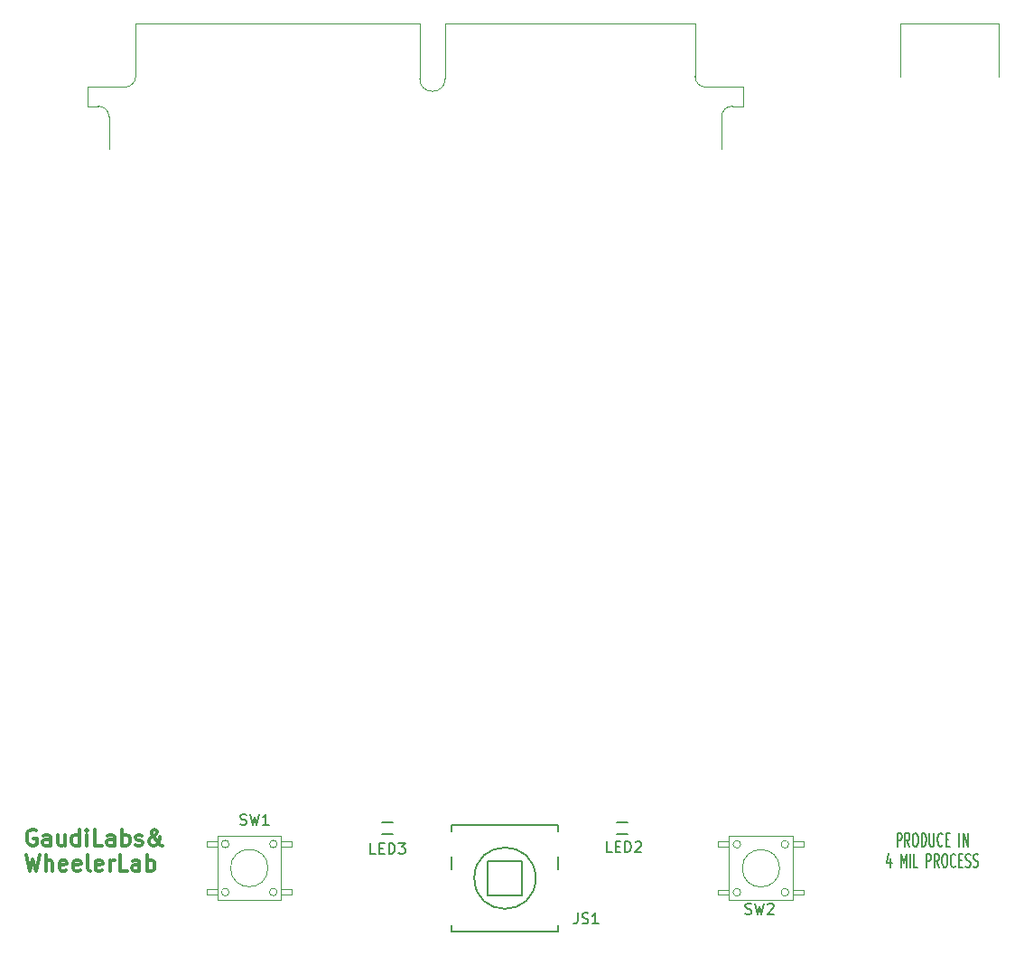
<source format=gbr>
G04 #@! TF.FileFunction,Legend,Top*
%FSLAX46Y46*%
G04 Gerber Fmt 4.6, Leading zero omitted, Abs format (unit mm)*
G04 Created by KiCad (PCBNEW 4.0.1-stable) date 11/11/2016 12:06:41 PM*
%MOMM*%
G01*
G04 APERTURE LIST*
%ADD10C,0.100000*%
%ADD11C,0.187500*%
%ADD12C,0.300000*%
%ADD13C,0.150000*%
%ADD14C,0.050000*%
G04 APERTURE END LIST*
D10*
D11*
X136771429Y-133446726D02*
X136771429Y-132196726D01*
X137057144Y-132196726D01*
X137128572Y-132256250D01*
X137164287Y-132315774D01*
X137200001Y-132434821D01*
X137200001Y-132613393D01*
X137164287Y-132732440D01*
X137128572Y-132791964D01*
X137057144Y-132851488D01*
X136771429Y-132851488D01*
X137950001Y-133446726D02*
X137700001Y-132851488D01*
X137521429Y-133446726D02*
X137521429Y-132196726D01*
X137807144Y-132196726D01*
X137878572Y-132256250D01*
X137914287Y-132315774D01*
X137950001Y-132434821D01*
X137950001Y-132613393D01*
X137914287Y-132732440D01*
X137878572Y-132791964D01*
X137807144Y-132851488D01*
X137521429Y-132851488D01*
X138414287Y-132196726D02*
X138557144Y-132196726D01*
X138628572Y-132256250D01*
X138700001Y-132375298D01*
X138735715Y-132613393D01*
X138735715Y-133030060D01*
X138700001Y-133268155D01*
X138628572Y-133387202D01*
X138557144Y-133446726D01*
X138414287Y-133446726D01*
X138342858Y-133387202D01*
X138271429Y-133268155D01*
X138235715Y-133030060D01*
X138235715Y-132613393D01*
X138271429Y-132375298D01*
X138342858Y-132256250D01*
X138414287Y-132196726D01*
X139057143Y-133446726D02*
X139057143Y-132196726D01*
X139235715Y-132196726D01*
X139342858Y-132256250D01*
X139414286Y-132375298D01*
X139450001Y-132494345D01*
X139485715Y-132732440D01*
X139485715Y-132911012D01*
X139450001Y-133149107D01*
X139414286Y-133268155D01*
X139342858Y-133387202D01*
X139235715Y-133446726D01*
X139057143Y-133446726D01*
X139807143Y-132196726D02*
X139807143Y-133208631D01*
X139842858Y-133327679D01*
X139878572Y-133387202D01*
X139950001Y-133446726D01*
X140092858Y-133446726D01*
X140164286Y-133387202D01*
X140200001Y-133327679D01*
X140235715Y-133208631D01*
X140235715Y-132196726D01*
X141021429Y-133327679D02*
X140985715Y-133387202D01*
X140878572Y-133446726D01*
X140807143Y-133446726D01*
X140700000Y-133387202D01*
X140628572Y-133268155D01*
X140592857Y-133149107D01*
X140557143Y-132911012D01*
X140557143Y-132732440D01*
X140592857Y-132494345D01*
X140628572Y-132375298D01*
X140700000Y-132256250D01*
X140807143Y-132196726D01*
X140878572Y-132196726D01*
X140985715Y-132256250D01*
X141021429Y-132315774D01*
X141342857Y-132791964D02*
X141592857Y-132791964D01*
X141700000Y-133446726D02*
X141342857Y-133446726D01*
X141342857Y-132196726D01*
X141700000Y-132196726D01*
X142592857Y-133446726D02*
X142592857Y-132196726D01*
X142950000Y-133446726D02*
X142950000Y-132196726D01*
X143378572Y-133446726D01*
X143378572Y-132196726D01*
X136164285Y-134550893D02*
X136164285Y-135384226D01*
X135985714Y-134074702D02*
X135807142Y-134967560D01*
X136271428Y-134967560D01*
X137128571Y-135384226D02*
X137128571Y-134134226D01*
X137378571Y-135027083D01*
X137628571Y-134134226D01*
X137628571Y-135384226D01*
X137985714Y-135384226D02*
X137985714Y-134134226D01*
X138700000Y-135384226D02*
X138342857Y-135384226D01*
X138342857Y-134134226D01*
X139521429Y-135384226D02*
X139521429Y-134134226D01*
X139807144Y-134134226D01*
X139878572Y-134193750D01*
X139914287Y-134253274D01*
X139950001Y-134372321D01*
X139950001Y-134550893D01*
X139914287Y-134669940D01*
X139878572Y-134729464D01*
X139807144Y-134788988D01*
X139521429Y-134788988D01*
X140700001Y-135384226D02*
X140450001Y-134788988D01*
X140271429Y-135384226D02*
X140271429Y-134134226D01*
X140557144Y-134134226D01*
X140628572Y-134193750D01*
X140664287Y-134253274D01*
X140700001Y-134372321D01*
X140700001Y-134550893D01*
X140664287Y-134669940D01*
X140628572Y-134729464D01*
X140557144Y-134788988D01*
X140271429Y-134788988D01*
X141164287Y-134134226D02*
X141307144Y-134134226D01*
X141378572Y-134193750D01*
X141450001Y-134312798D01*
X141485715Y-134550893D01*
X141485715Y-134967560D01*
X141450001Y-135205655D01*
X141378572Y-135324702D01*
X141307144Y-135384226D01*
X141164287Y-135384226D01*
X141092858Y-135324702D01*
X141021429Y-135205655D01*
X140985715Y-134967560D01*
X140985715Y-134550893D01*
X141021429Y-134312798D01*
X141092858Y-134193750D01*
X141164287Y-134134226D01*
X142235715Y-135265179D02*
X142200001Y-135324702D01*
X142092858Y-135384226D01*
X142021429Y-135384226D01*
X141914286Y-135324702D01*
X141842858Y-135205655D01*
X141807143Y-135086607D01*
X141771429Y-134848512D01*
X141771429Y-134669940D01*
X141807143Y-134431845D01*
X141842858Y-134312798D01*
X141914286Y-134193750D01*
X142021429Y-134134226D01*
X142092858Y-134134226D01*
X142200001Y-134193750D01*
X142235715Y-134253274D01*
X142557143Y-134729464D02*
X142807143Y-134729464D01*
X142914286Y-135384226D02*
X142557143Y-135384226D01*
X142557143Y-134134226D01*
X142914286Y-134134226D01*
X143200000Y-135324702D02*
X143307143Y-135384226D01*
X143485714Y-135384226D01*
X143557143Y-135324702D01*
X143592857Y-135265179D01*
X143628572Y-135146131D01*
X143628572Y-135027083D01*
X143592857Y-134908036D01*
X143557143Y-134848512D01*
X143485714Y-134788988D01*
X143342857Y-134729464D01*
X143271429Y-134669940D01*
X143235714Y-134610417D01*
X143200000Y-134491369D01*
X143200000Y-134372321D01*
X143235714Y-134253274D01*
X143271429Y-134193750D01*
X143342857Y-134134226D01*
X143521429Y-134134226D01*
X143628572Y-134193750D01*
X143914286Y-135324702D02*
X144021429Y-135384226D01*
X144200000Y-135384226D01*
X144271429Y-135324702D01*
X144307143Y-135265179D01*
X144342858Y-135146131D01*
X144342858Y-135027083D01*
X144307143Y-134908036D01*
X144271429Y-134848512D01*
X144200000Y-134788988D01*
X144057143Y-134729464D01*
X143985715Y-134669940D01*
X143950000Y-134610417D01*
X143914286Y-134491369D01*
X143914286Y-134372321D01*
X143950000Y-134253274D01*
X143985715Y-134193750D01*
X144057143Y-134134226D01*
X144235715Y-134134226D01*
X144342858Y-134193750D01*
D12*
X56017857Y-131925000D02*
X55875000Y-131853571D01*
X55660714Y-131853571D01*
X55446429Y-131925000D01*
X55303571Y-132067857D01*
X55232143Y-132210714D01*
X55160714Y-132496429D01*
X55160714Y-132710714D01*
X55232143Y-132996429D01*
X55303571Y-133139286D01*
X55446429Y-133282143D01*
X55660714Y-133353571D01*
X55803571Y-133353571D01*
X56017857Y-133282143D01*
X56089286Y-133210714D01*
X56089286Y-132710714D01*
X55803571Y-132710714D01*
X57375000Y-133353571D02*
X57375000Y-132567857D01*
X57303571Y-132425000D01*
X57160714Y-132353571D01*
X56875000Y-132353571D01*
X56732143Y-132425000D01*
X57375000Y-133282143D02*
X57232143Y-133353571D01*
X56875000Y-133353571D01*
X56732143Y-133282143D01*
X56660714Y-133139286D01*
X56660714Y-132996429D01*
X56732143Y-132853571D01*
X56875000Y-132782143D01*
X57232143Y-132782143D01*
X57375000Y-132710714D01*
X58732143Y-132353571D02*
X58732143Y-133353571D01*
X58089286Y-132353571D02*
X58089286Y-133139286D01*
X58160714Y-133282143D01*
X58303572Y-133353571D01*
X58517857Y-133353571D01*
X58660714Y-133282143D01*
X58732143Y-133210714D01*
X60089286Y-133353571D02*
X60089286Y-131853571D01*
X60089286Y-133282143D02*
X59946429Y-133353571D01*
X59660715Y-133353571D01*
X59517857Y-133282143D01*
X59446429Y-133210714D01*
X59375000Y-133067857D01*
X59375000Y-132639286D01*
X59446429Y-132496429D01*
X59517857Y-132425000D01*
X59660715Y-132353571D01*
X59946429Y-132353571D01*
X60089286Y-132425000D01*
X60803572Y-133353571D02*
X60803572Y-132353571D01*
X60803572Y-131853571D02*
X60732143Y-131925000D01*
X60803572Y-131996429D01*
X60875000Y-131925000D01*
X60803572Y-131853571D01*
X60803572Y-131996429D01*
X62232144Y-133353571D02*
X61517858Y-133353571D01*
X61517858Y-131853571D01*
X63375001Y-133353571D02*
X63375001Y-132567857D01*
X63303572Y-132425000D01*
X63160715Y-132353571D01*
X62875001Y-132353571D01*
X62732144Y-132425000D01*
X63375001Y-133282143D02*
X63232144Y-133353571D01*
X62875001Y-133353571D01*
X62732144Y-133282143D01*
X62660715Y-133139286D01*
X62660715Y-132996429D01*
X62732144Y-132853571D01*
X62875001Y-132782143D01*
X63232144Y-132782143D01*
X63375001Y-132710714D01*
X64089287Y-133353571D02*
X64089287Y-131853571D01*
X64089287Y-132425000D02*
X64232144Y-132353571D01*
X64517858Y-132353571D01*
X64660715Y-132425000D01*
X64732144Y-132496429D01*
X64803573Y-132639286D01*
X64803573Y-133067857D01*
X64732144Y-133210714D01*
X64660715Y-133282143D01*
X64517858Y-133353571D01*
X64232144Y-133353571D01*
X64089287Y-133282143D01*
X65375001Y-133282143D02*
X65517858Y-133353571D01*
X65803573Y-133353571D01*
X65946430Y-133282143D01*
X66017858Y-133139286D01*
X66017858Y-133067857D01*
X65946430Y-132925000D01*
X65803573Y-132853571D01*
X65589287Y-132853571D01*
X65446430Y-132782143D01*
X65375001Y-132639286D01*
X65375001Y-132567857D01*
X65446430Y-132425000D01*
X65589287Y-132353571D01*
X65803573Y-132353571D01*
X65946430Y-132425000D01*
X67875002Y-133353571D02*
X67803573Y-133353571D01*
X67660716Y-133282143D01*
X67446430Y-133067857D01*
X67089287Y-132639286D01*
X66946430Y-132425000D01*
X66875002Y-132210714D01*
X66875002Y-132067857D01*
X66946430Y-131925000D01*
X67089287Y-131853571D01*
X67160716Y-131853571D01*
X67303573Y-131925000D01*
X67375002Y-132067857D01*
X67375002Y-132139286D01*
X67303573Y-132282143D01*
X67232144Y-132353571D01*
X66803573Y-132639286D01*
X66732144Y-132710714D01*
X66660716Y-132853571D01*
X66660716Y-133067857D01*
X66732144Y-133210714D01*
X66803573Y-133282143D01*
X66946430Y-133353571D01*
X67160716Y-133353571D01*
X67303573Y-133282143D01*
X67375002Y-133210714D01*
X67589287Y-132925000D01*
X67660716Y-132710714D01*
X67660716Y-132567857D01*
X55089286Y-134253571D02*
X55446429Y-135753571D01*
X55732143Y-134682143D01*
X56017857Y-135753571D01*
X56375000Y-134253571D01*
X56946429Y-135753571D02*
X56946429Y-134253571D01*
X57589286Y-135753571D02*
X57589286Y-134967857D01*
X57517857Y-134825000D01*
X57375000Y-134753571D01*
X57160715Y-134753571D01*
X57017857Y-134825000D01*
X56946429Y-134896429D01*
X58875000Y-135682143D02*
X58732143Y-135753571D01*
X58446429Y-135753571D01*
X58303572Y-135682143D01*
X58232143Y-135539286D01*
X58232143Y-134967857D01*
X58303572Y-134825000D01*
X58446429Y-134753571D01*
X58732143Y-134753571D01*
X58875000Y-134825000D01*
X58946429Y-134967857D01*
X58946429Y-135110714D01*
X58232143Y-135253571D01*
X60160714Y-135682143D02*
X60017857Y-135753571D01*
X59732143Y-135753571D01*
X59589286Y-135682143D01*
X59517857Y-135539286D01*
X59517857Y-134967857D01*
X59589286Y-134825000D01*
X59732143Y-134753571D01*
X60017857Y-134753571D01*
X60160714Y-134825000D01*
X60232143Y-134967857D01*
X60232143Y-135110714D01*
X59517857Y-135253571D01*
X61089286Y-135753571D02*
X60946428Y-135682143D01*
X60875000Y-135539286D01*
X60875000Y-134253571D01*
X62232142Y-135682143D02*
X62089285Y-135753571D01*
X61803571Y-135753571D01*
X61660714Y-135682143D01*
X61589285Y-135539286D01*
X61589285Y-134967857D01*
X61660714Y-134825000D01*
X61803571Y-134753571D01*
X62089285Y-134753571D01*
X62232142Y-134825000D01*
X62303571Y-134967857D01*
X62303571Y-135110714D01*
X61589285Y-135253571D01*
X62946428Y-135753571D02*
X62946428Y-134753571D01*
X62946428Y-135039286D02*
X63017856Y-134896429D01*
X63089285Y-134825000D01*
X63232142Y-134753571D01*
X63374999Y-134753571D01*
X64589285Y-135753571D02*
X63874999Y-135753571D01*
X63874999Y-134253571D01*
X65732142Y-135753571D02*
X65732142Y-134967857D01*
X65660713Y-134825000D01*
X65517856Y-134753571D01*
X65232142Y-134753571D01*
X65089285Y-134825000D01*
X65732142Y-135682143D02*
X65589285Y-135753571D01*
X65232142Y-135753571D01*
X65089285Y-135682143D01*
X65017856Y-135539286D01*
X65017856Y-135396429D01*
X65089285Y-135253571D01*
X65232142Y-135182143D01*
X65589285Y-135182143D01*
X65732142Y-135110714D01*
X66446428Y-135753571D02*
X66446428Y-134253571D01*
X66446428Y-134825000D02*
X66589285Y-134753571D01*
X66874999Y-134753571D01*
X67017856Y-134825000D01*
X67089285Y-134896429D01*
X67160714Y-135039286D01*
X67160714Y-135467857D01*
X67089285Y-135610714D01*
X67017856Y-135682143D01*
X66874999Y-135753571D01*
X66589285Y-135753571D01*
X66446428Y-135682143D01*
D10*
X120320000Y-65005000D02*
X120320000Y-68025000D01*
X62870000Y-65005000D02*
X62870000Y-68025000D01*
X122320000Y-62225000D02*
X122320000Y-64005000D01*
X121320000Y-64005000D02*
X122320000Y-64005000D01*
X120320000Y-65005000D02*
G75*
G02X121320000Y-64005000I1000000J0D01*
G01*
X62870000Y-65005000D02*
G75*
G03X61870000Y-64005000I-1000000J0D01*
G01*
X61870000Y-64005000D02*
X60870000Y-64005000D01*
X60870000Y-62225000D02*
X60870000Y-64005000D01*
X118820000Y-62225000D02*
X122320000Y-62225000D01*
X118820000Y-62225000D02*
G75*
G02X117820000Y-61225000I0J1000000D01*
G01*
X64370000Y-62225000D02*
G75*
G03X65370000Y-61225000I0J1000000D01*
G01*
X64370000Y-62225000D02*
X60870000Y-62225000D01*
X117820000Y-56225000D02*
X117820000Y-61225000D01*
X65370000Y-56225000D02*
X65370000Y-61225000D01*
X94400000Y-56225000D02*
X117820000Y-56225000D01*
X92000000Y-56225000D02*
X65370000Y-56225000D01*
X94400000Y-61425000D02*
X94400000Y-56225000D01*
X92000000Y-61425000D02*
X92000000Y-56225000D01*
X92000000Y-61425000D02*
G75*
G03X94400000Y-61425000I1200000J0D01*
G01*
D13*
X105000000Y-141425000D02*
X105000000Y-140825000D01*
X95000000Y-141425000D02*
X95000000Y-140825000D01*
X105000000Y-131425000D02*
X105000000Y-132025000D01*
X95000000Y-131425000D02*
X95000000Y-132025000D01*
X102875000Y-136425000D02*
G75*
G03X102875000Y-136425000I-2875000J0D01*
G01*
X98400000Y-134825000D02*
X98400000Y-138025000D01*
X98400000Y-138025000D02*
X101600000Y-138025000D01*
X101600000Y-138025000D02*
X101600000Y-134825000D01*
X101600000Y-134825000D02*
X98400000Y-134825000D01*
X105000000Y-134425000D02*
X105000000Y-135625000D01*
X95000000Y-134425000D02*
X95000000Y-135625000D01*
X95000000Y-141425000D02*
X105000000Y-141425000D01*
X95000000Y-131425000D02*
X105000000Y-131425000D01*
X111500000Y-131153200D02*
X110500000Y-131153200D01*
X110500000Y-132294400D02*
X111500000Y-132294400D01*
X89500000Y-131153200D02*
X88500000Y-131153200D01*
X88500000Y-132294400D02*
X89500000Y-132294400D01*
D14*
X126603553Y-133250000D02*
G75*
G03X126603553Y-133250000I-353553J0D01*
G01*
X122103553Y-133250000D02*
G75*
G03X122103553Y-133250000I-353553J0D01*
G01*
X122103553Y-137750000D02*
G75*
G03X122103553Y-137750000I-353553J0D01*
G01*
X126603553Y-137750000D02*
G75*
G03X126603553Y-137750000I-353553J0D01*
G01*
X121000000Y-133000000D02*
X120000000Y-133000000D01*
X120000000Y-133000000D02*
X120000000Y-133500000D01*
X120000000Y-133500000D02*
X121000000Y-133500000D01*
X127000000Y-133500000D02*
X128000000Y-133500000D01*
X128000000Y-133500000D02*
X128000000Y-133000000D01*
X128000000Y-133000000D02*
X127000000Y-133000000D01*
X127000000Y-138000000D02*
X128000000Y-138000000D01*
X128000000Y-138000000D02*
X128000000Y-137500000D01*
X128000000Y-137500000D02*
X127000000Y-137500000D01*
X121000000Y-138000000D02*
X120000000Y-138000000D01*
X120000000Y-138000000D02*
X120000000Y-137500000D01*
X121000000Y-137500000D02*
X120000000Y-137500000D01*
X121000000Y-138500000D02*
X121000000Y-132500000D01*
X121000000Y-132500000D02*
X127000000Y-132500000D01*
X127000000Y-132500000D02*
X127000000Y-138500000D01*
X125749200Y-135500000D02*
G75*
G03X125749200Y-135500000I-1749200J0D01*
G01*
X127000000Y-138500000D02*
X121000000Y-138500000D01*
X74128553Y-137725000D02*
G75*
G03X74128553Y-137725000I-353553J0D01*
G01*
X78628553Y-137725000D02*
G75*
G03X78628553Y-137725000I-353553J0D01*
G01*
X78628553Y-133225000D02*
G75*
G03X78628553Y-133225000I-353553J0D01*
G01*
X74128553Y-133225000D02*
G75*
G03X74128553Y-133225000I-353553J0D01*
G01*
X79025000Y-137975000D02*
X80025000Y-137975000D01*
X80025000Y-137975000D02*
X80025000Y-137475000D01*
X80025000Y-137475000D02*
X79025000Y-137475000D01*
X73025000Y-137475000D02*
X72025000Y-137475000D01*
X72025000Y-137475000D02*
X72025000Y-137975000D01*
X72025000Y-137975000D02*
X73025000Y-137975000D01*
X73025000Y-132975000D02*
X72025000Y-132975000D01*
X72025000Y-132975000D02*
X72025000Y-133475000D01*
X72025000Y-133475000D02*
X73025000Y-133475000D01*
X79025000Y-132975000D02*
X80025000Y-132975000D01*
X80025000Y-132975000D02*
X80025000Y-133475000D01*
X79025000Y-133475000D02*
X80025000Y-133475000D01*
X79025000Y-132475000D02*
X79025000Y-138475000D01*
X79025000Y-138475000D02*
X73025000Y-138475000D01*
X73025000Y-138475000D02*
X73025000Y-132475000D01*
X77774200Y-135475000D02*
G75*
G03X77774200Y-135475000I-1749200J0D01*
G01*
X73025000Y-132475000D02*
X79025000Y-132475000D01*
D10*
X146325000Y-56225000D02*
X146325000Y-61225000D01*
X137075000Y-56225000D02*
X137075000Y-61225000D01*
X137075000Y-56225000D02*
X146325000Y-56225000D01*
D13*
X106807477Y-139687381D02*
X106807477Y-140401667D01*
X106759857Y-140544524D01*
X106664619Y-140639762D01*
X106521762Y-140687381D01*
X106426524Y-140687381D01*
X107236048Y-140639762D02*
X107378905Y-140687381D01*
X107617001Y-140687381D01*
X107712239Y-140639762D01*
X107759858Y-140592143D01*
X107807477Y-140496905D01*
X107807477Y-140401667D01*
X107759858Y-140306429D01*
X107712239Y-140258810D01*
X107617001Y-140211190D01*
X107426524Y-140163571D01*
X107331286Y-140115952D01*
X107283667Y-140068333D01*
X107236048Y-139973095D01*
X107236048Y-139877857D01*
X107283667Y-139782619D01*
X107331286Y-139735000D01*
X107426524Y-139687381D01*
X107664620Y-139687381D01*
X107807477Y-139735000D01*
X108759858Y-140687381D02*
X108188429Y-140687381D01*
X108474143Y-140687381D02*
X108474143Y-139687381D01*
X108378905Y-139830238D01*
X108283667Y-139925476D01*
X108188429Y-139973095D01*
X110028553Y-133981781D02*
X109552362Y-133981781D01*
X109552362Y-132981781D01*
X110361886Y-133457971D02*
X110695220Y-133457971D01*
X110838077Y-133981781D02*
X110361886Y-133981781D01*
X110361886Y-132981781D01*
X110838077Y-132981781D01*
X111266648Y-133981781D02*
X111266648Y-132981781D01*
X111504743Y-132981781D01*
X111647601Y-133029400D01*
X111742839Y-133124638D01*
X111790458Y-133219876D01*
X111838077Y-133410352D01*
X111838077Y-133553210D01*
X111790458Y-133743686D01*
X111742839Y-133838924D01*
X111647601Y-133934162D01*
X111504743Y-133981781D01*
X111266648Y-133981781D01*
X112219029Y-133077019D02*
X112266648Y-133029400D01*
X112361886Y-132981781D01*
X112599982Y-132981781D01*
X112695220Y-133029400D01*
X112742839Y-133077019D01*
X112790458Y-133172257D01*
X112790458Y-133267495D01*
X112742839Y-133410352D01*
X112171410Y-133981781D01*
X112790458Y-133981781D01*
X87879753Y-134134181D02*
X87403562Y-134134181D01*
X87403562Y-133134181D01*
X88213086Y-133610371D02*
X88546420Y-133610371D01*
X88689277Y-134134181D02*
X88213086Y-134134181D01*
X88213086Y-133134181D01*
X88689277Y-133134181D01*
X89117848Y-134134181D02*
X89117848Y-133134181D01*
X89355943Y-133134181D01*
X89498801Y-133181800D01*
X89594039Y-133277038D01*
X89641658Y-133372276D01*
X89689277Y-133562752D01*
X89689277Y-133705610D01*
X89641658Y-133896086D01*
X89594039Y-133991324D01*
X89498801Y-134086562D01*
X89355943Y-134134181D01*
X89117848Y-134134181D01*
X90022610Y-133134181D02*
X90641658Y-133134181D01*
X90308324Y-133515133D01*
X90451182Y-133515133D01*
X90546420Y-133562752D01*
X90594039Y-133610371D01*
X90641658Y-133705610D01*
X90641658Y-133943705D01*
X90594039Y-134038943D01*
X90546420Y-134086562D01*
X90451182Y-134134181D01*
X90165467Y-134134181D01*
X90070229Y-134086562D01*
X90022610Y-134038943D01*
X122539667Y-139750762D02*
X122682524Y-139798381D01*
X122920620Y-139798381D01*
X123015858Y-139750762D01*
X123063477Y-139703143D01*
X123111096Y-139607905D01*
X123111096Y-139512667D01*
X123063477Y-139417429D01*
X123015858Y-139369810D01*
X122920620Y-139322190D01*
X122730143Y-139274571D01*
X122634905Y-139226952D01*
X122587286Y-139179333D01*
X122539667Y-139084095D01*
X122539667Y-138988857D01*
X122587286Y-138893619D01*
X122634905Y-138846000D01*
X122730143Y-138798381D01*
X122968239Y-138798381D01*
X123111096Y-138846000D01*
X123444429Y-138798381D02*
X123682524Y-139798381D01*
X123873001Y-139084095D01*
X124063477Y-139798381D01*
X124301572Y-138798381D01*
X124634905Y-138893619D02*
X124682524Y-138846000D01*
X124777762Y-138798381D01*
X125015858Y-138798381D01*
X125111096Y-138846000D01*
X125158715Y-138893619D01*
X125206334Y-138988857D01*
X125206334Y-139084095D01*
X125158715Y-139226952D01*
X124587286Y-139798381D01*
X125206334Y-139798381D01*
X75191667Y-131379762D02*
X75334524Y-131427381D01*
X75572620Y-131427381D01*
X75667858Y-131379762D01*
X75715477Y-131332143D01*
X75763096Y-131236905D01*
X75763096Y-131141667D01*
X75715477Y-131046429D01*
X75667858Y-130998810D01*
X75572620Y-130951190D01*
X75382143Y-130903571D01*
X75286905Y-130855952D01*
X75239286Y-130808333D01*
X75191667Y-130713095D01*
X75191667Y-130617857D01*
X75239286Y-130522619D01*
X75286905Y-130475000D01*
X75382143Y-130427381D01*
X75620239Y-130427381D01*
X75763096Y-130475000D01*
X76096429Y-130427381D02*
X76334524Y-131427381D01*
X76525001Y-130713095D01*
X76715477Y-131427381D01*
X76953572Y-130427381D01*
X77858334Y-131427381D02*
X77286905Y-131427381D01*
X77572619Y-131427381D02*
X77572619Y-130427381D01*
X77477381Y-130570238D01*
X77382143Y-130665476D01*
X77286905Y-130713095D01*
M02*

</source>
